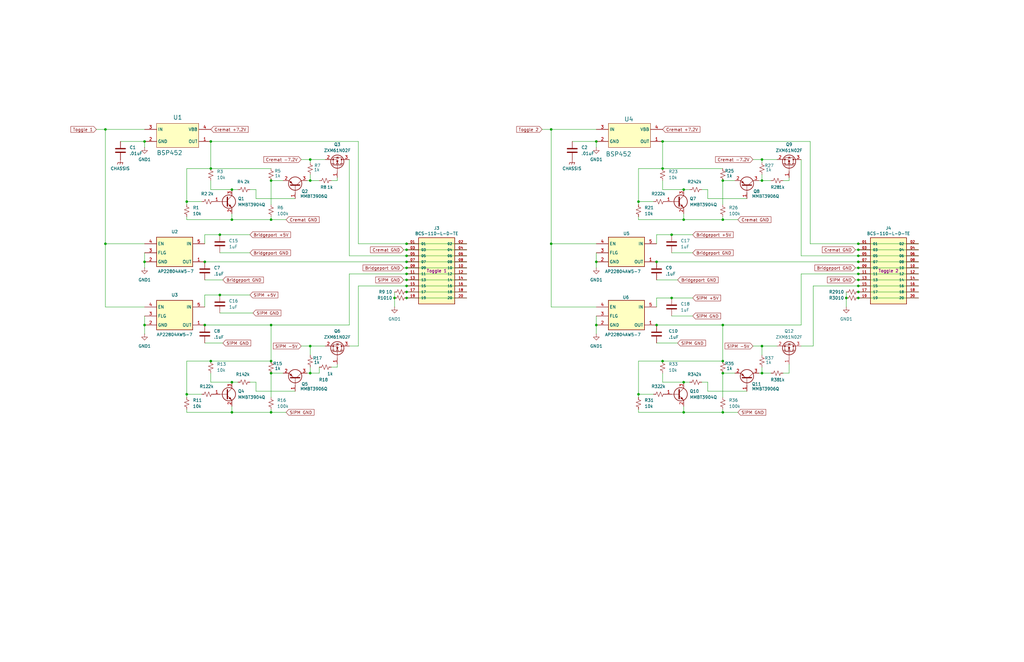
<source format=kicad_sch>
(kicad_sch (version 20250114) (generator "eeschema") (generator_version "9.0")
  (paper "B")
  (title_block (title "IMPISH POWER SUPPLY TOGGLES BOARD") (rev "-") (company "SOUTHWEST RESEARCH INSTITUTE"))
  (junction (at 171.45 118.11))
  (junction (at 321.31 146.05))
  (junction (at 232.41 54.61))
  (junction (at 279.4 59.69))
  (junction (at 321.31 67.31))
  (junction (at 361.95 110.49))
  (junction (at 44.45 54.61))
  (junction (at 288.29 173.99))
  (junction (at 171.45 105.41))
  (junction (at 276.86 137.16))
  (junction (at 171.45 113.03))
  (junction (at 269.24 166.37))
  (junction (at 304.8 157.48))
  (junction (at 361.95 125.73))
  (junction (at 130.81 67.31))
  (junction (at 171.45 125.73))
  (junction (at 114.3 92.71))
  (junction (at 251.46 110.49))
  (junction (at 86.36 110.49))
  (junction (at 97.79 161.29))
  (junction (at 130.81 76.2))
  (junction (at 361.95 115.57))
  (junction (at 279.4 71.12))
  (junction (at 304.8 137.16))
  (junction (at 130.81 157.48))
  (junction (at 92.71 124.46))
  (junction (at 78.74 166.37))
  (junction (at 321.31 76.2))
  (junction (at 60.96 59.69))
  (junction (at 60.96 137.16))
  (junction (at 130.81 146.05))
  (junction (at 60.96 110.49))
  (junction (at 279.4 152.4))
  (junction (at 97.79 173.99))
  (junction (at 78.74 85.09))
  (junction (at 171.45 110.49))
  (junction (at 288.29 92.71))
  (junction (at 361.95 113.03))
  (junction (at 171.45 102.87))
  (junction (at 114.3 137.16))
  (junction (at 361.95 102.87))
  (junction (at 361.95 120.65))
  (junction (at 304.8 173.99))
  (junction (at 88.9 71.12))
  (junction (at 166.37 125.73))
  (junction (at 97.79 92.71))
  (junction (at 171.45 123.19))
  (junction (at 276.86 110.49))
  (junction (at 114.3 76.2))
  (junction (at 97.79 80.01))
  (junction (at 288.29 161.29))
  (junction (at 171.45 107.95))
  (junction (at 114.3 157.48))
  (junction (at 251.46 137.16))
  (junction (at 304.8 152.4))
  (junction (at 304.8 92.71))
  (junction (at 44.45 102.87))
  (junction (at 269.24 85.09))
  (junction (at 361.95 123.19))
  (junction (at 171.45 115.57))
  (junction (at 288.29 80.01))
  (junction (at 321.31 157.48))
  (junction (at 283.21 125.73))
  (junction (at 361.95 118.11))
  (junction (at 304.8 76.2))
  (junction (at 114.3 152.4))
  (junction (at 356.87 125.73))
  (junction (at 86.36 137.16))
  (junction (at 88.9 59.69))
  (junction (at 92.71 99.06))
  (junction (at 361.95 107.95))
  (junction (at 361.95 105.41))
  (junction (at 114.3 173.99))
  (junction (at 251.46 59.69))
  (junction (at 283.21 99.06))
  (junction (at 171.45 120.65))
  (junction (at 232.41 102.87))
  (junction (at 88.9 152.4))
  (wire (pts (xy 361.95 120.65) (xy 387.35 120.65)))
  (wire (pts (xy 147.32 115.57) (xy 147.32 137.16)))
  (wire (pts (xy 86.36 137.16) (xy 114.3 137.16)))
  (wire (pts (xy 360.68 105.41) (xy 361.95 105.41)))
  (wire (pts (xy 86.36 124.46) (xy 92.71 124.46)))
  (wire (pts (xy 130.81 154.94) (xy 130.81 157.48)))
  (wire (pts (xy 298.45 80.01) (xy 298.45 83.82)))
  (wire (pts (xy 298.45 80.01) (xy 295.91 80.01)))
  (wire (pts (xy 288.29 161.29) (xy 290.83 161.29)))
  (wire (pts (xy 88.9 80.01) (xy 97.79 80.01)))
  (wire (pts (xy 232.41 102.87) (xy 251.46 102.87)))
  (wire (pts (xy 171.45 115.57) (xy 196.85 115.57)))
  (wire (pts (xy 283.21 133.35) (xy 292.1 133.35)))
  (wire (pts (xy 360.68 118.11) (xy 361.95 118.11)))
  (wire (pts (xy 283.21 125.73) (xy 276.86 125.73)))
  (wire (pts (xy 361.95 115.57) (xy 387.35 115.57)))
  (wire (pts (xy 86.36 124.46) (xy 86.36 129.54)))
  (wire (pts (xy 107.95 161.29) (xy 105.41 161.29)))
  (wire (pts (xy 269.24 71.12) (xy 279.4 71.12)))
  (wire (pts (xy 269.24 85.09) (xy 269.24 86.36)))
  (wire (pts (xy 361.95 123.19) (xy 387.35 123.19)))
  (wire (pts (xy 171.45 105.41) (xy 196.85 105.41)))
  (wire (pts (xy 361.95 113.03) (xy 387.35 113.03)))
  (wire (pts (xy 279.4 157.48) (xy 279.4 161.29)))
  (wire (pts (xy 342.9 120.65) (xy 342.9 146.05)))
  (wire (pts (xy 130.81 76.2) (xy 134.62 76.2)))
  (wire (pts (xy 360.68 113.03) (xy 361.95 113.03)))
  (wire (pts (xy 269.24 152.4) (xy 279.4 152.4)))
  (wire (pts (xy 114.3 157.48) (xy 119.38 157.48)))
  (wire (pts (xy 170.18 118.11) (xy 171.45 118.11)))
  (wire (pts (xy 151.13 59.69) (xy 151.13 102.87)))
  (wire (pts (xy 147.32 115.57) (xy 171.45 115.57)))
  (wire (pts (xy 341.63 59.69) (xy 341.63 102.87)))
  (wire (pts (xy 321.31 157.48) (xy 325.12 157.48)))
  (wire (pts (xy 151.13 146.05) (xy 151.13 120.65)))
  (wire (pts (xy 86.36 99.06) (xy 92.71 99.06)))
  (wire (pts (xy 288.29 90.17) (xy 288.29 92.71)))
  (wire (pts (xy 134.62 157.48) (xy 134.62 154.94)))
  (wire (pts (xy 78.74 166.37) (xy 78.74 167.64)))
  (wire (pts (xy 147.32 146.05) (xy 151.13 146.05)))
  (wire (pts (xy 332.74 153.67) (xy 332.74 157.48)))
  (wire (pts (xy 356.87 123.19) (xy 356.87 125.73)))
  (wire (pts (xy 276.86 110.49) (xy 361.95 110.49)))
  (wire (pts (xy 337.82 115.57) (xy 337.82 137.16)))
  (wire (pts (xy 276.86 137.16) (xy 304.8 137.16)))
  (wire (pts (xy 337.82 146.05) (xy 342.9 146.05)))
  (wire (pts (xy 298.45 161.29) (xy 298.45 165.1)))
  (wire (pts (xy 147.32 67.31) (xy 147.32 107.95)))
  (wire (pts (xy 60.96 129.54) (xy 44.45 129.54)))
  (wire (pts (xy 279.4 59.69) (xy 279.4 71.12)))
  (wire (pts (xy 86.36 144.78) (xy 93.98 144.78)))
  (wire (pts (xy 304.8 172.72) (xy 304.8 173.99)))
  (wire (pts (xy 288.29 171.45) (xy 288.29 173.99)))
  (wire (pts (xy 251.46 106.68) (xy 251.46 110.49)))
  (wire (pts (xy 78.74 91.44) (xy 78.74 92.71)))
  (wire (pts (xy 298.45 161.29) (xy 295.91 161.29)))
  (wire (pts (xy 321.31 73.66) (xy 321.31 76.2)))
  (wire (pts (xy 304.8 137.16) (xy 304.8 152.4)))
  (wire (pts (xy 276.86 144.78) (xy 285.75 144.78)))
  (wire (pts (xy 361.95 105.41) (xy 387.35 105.41)))
  (wire (pts (xy 60.96 140.97) (xy 60.96 137.16)))
  (wire (pts (xy 361.95 125.73) (xy 387.35 125.73)))
  (wire (pts (xy 88.9 161.29) (xy 97.79 161.29)))
  (wire (pts (xy 232.41 102.87) (xy 232.41 129.54)))
  (wire (pts (xy 279.4 152.4) (xy 304.8 152.4)))
  (wire (pts (xy 78.74 85.09) (xy 85.09 85.09)))
  (wire (pts (xy 251.46 140.97) (xy 251.46 137.16)))
  (wire (pts (xy 97.79 173.99) (xy 78.74 173.99)))
  (wire (pts (xy 288.29 173.99) (xy 269.24 173.99)))
  (wire (pts (xy 142.24 74.93) (xy 142.24 76.2)))
  (wire (pts (xy 171.45 118.11) (xy 196.85 118.11)))
  (wire (pts (xy 361.95 110.49) (xy 387.35 110.49)))
  (wire (pts (xy 107.95 80.01) (xy 107.95 83.82)))
  (wire (pts (xy 232.41 102.87) (xy 232.41 54.61)))
  (wire (pts (xy 269.24 71.12) (xy 269.24 85.09)))
  (wire (pts (xy 114.3 92.71) (xy 97.79 92.71)))
  (wire (pts (xy 130.81 67.31) (xy 137.16 67.31)))
  (wire (pts (xy 107.95 80.01) (xy 105.41 80.01)))
  (wire (pts (xy 170.18 105.41) (xy 171.45 105.41)))
  (wire (pts (xy 142.24 153.67) (xy 142.24 154.94)))
  (wire (pts (xy 321.31 68.58) (xy 321.31 67.31)))
  (wire (pts (xy 86.36 118.11) (xy 93.98 118.11)))
  (wire (pts (xy 304.8 76.2) (xy 309.88 76.2)))
  (wire (pts (xy 107.95 83.82) (xy 124.46 83.82)))
  (wire (pts (xy 298.45 165.1) (xy 314.96 165.1)))
  (wire (pts (xy 276.86 99.06) (xy 283.21 99.06)))
  (wire (pts (xy 332.74 74.93) (xy 332.74 76.2)))
  (wire (pts (xy 78.74 71.12) (xy 88.9 71.12)))
  (wire (pts (xy 292.1 125.73) (xy 283.21 125.73)))
  (wire (pts (xy 88.9 152.4) (xy 114.3 152.4)))
  (wire (pts (xy 304.8 157.48) (xy 309.88 157.48)))
  (wire (pts (xy 320.04 76.2) (xy 321.31 76.2)))
  (wire (pts (xy 288.29 92.71) (xy 269.24 92.71)))
  (wire (pts (xy 170.18 113.03) (xy 171.45 113.03)))
  (wire (pts (xy 44.45 102.87) (xy 60.96 102.87)))
  (wire (pts (xy 130.81 146.05) (xy 137.16 146.05)))
  (wire (pts (xy 78.74 71.12) (xy 78.74 85.09)))
  (wire (pts (xy 127 146.05) (xy 130.81 146.05)))
  (wire (pts (xy 251.46 62.23) (xy 251.46 59.69)))
  (wire (pts (xy 130.81 73.66) (xy 130.81 76.2)))
  (wire (pts (xy 269.24 166.37) (xy 269.24 167.64)))
  (wire (pts (xy 251.46 133.35) (xy 251.46 137.16)))
  (wire (pts (xy 151.13 120.65) (xy 171.45 120.65)))
  (wire (pts (xy 86.36 110.49) (xy 171.45 110.49)))
  (wire (pts (xy 337.82 67.31) (xy 337.82 107.95)))
  (wire (pts (xy 142.24 76.2) (xy 139.7 76.2)))
  (wire (pts (xy 304.8 157.48) (xy 304.8 167.64)))
  (wire (pts (xy 88.9 71.12) (xy 114.3 71.12)))
  (wire (pts (xy 166.37 123.19) (xy 166.37 125.73)))
  (wire (pts (xy 114.3 173.99) (xy 97.79 173.99)))
  (wire (pts (xy 166.37 125.73) (xy 166.37 129.54)))
  (wire (pts (xy 304.8 91.44) (xy 304.8 92.71)))
  (wire (pts (xy 251.46 113.03) (xy 251.46 110.49)))
  (wire (pts (xy 129.54 157.48) (xy 130.81 157.48)))
  (wire (pts (xy 279.4 80.01) (xy 288.29 80.01)))
  (wire (pts (xy 321.31 146.05) (xy 327.66 146.05)))
  (wire (pts (xy 88.9 157.48) (xy 88.9 161.29)))
  (wire (pts (xy 337.82 115.57) (xy 361.95 115.57)))
  (wire (pts (xy 151.13 102.87) (xy 171.45 102.87)))
  (wire (pts (xy 78.74 172.72) (xy 78.74 173.99)))
  (wire (pts (xy 342.9 120.65) (xy 361.95 120.65)))
  (wire (pts (xy 92.71 124.46) (xy 105.41 124.46)))
  (wire (pts (xy 88.9 59.69) (xy 88.9 71.12)))
  (wire (pts (xy 107.95 161.29) (xy 107.95 165.1)))
  (wire (pts (xy 130.81 146.05) (xy 130.81 149.86)))
  (wire (pts (xy 120.65 92.71) (xy 114.3 92.71)))
  (wire (pts (xy 332.74 76.2) (xy 330.2 76.2)))
  (wire (pts (xy 50.8 59.69) (xy 60.96 59.69)))
  (wire (pts (xy 311.15 173.99) (xy 304.8 173.99)))
  (wire (pts (xy 288.29 80.01) (xy 290.83 80.01)))
  (wire (pts (xy 304.8 92.71) (xy 288.29 92.71)))
  (wire (pts (xy 97.79 161.29) (xy 100.33 161.29)))
  (wire (pts (xy 361.95 102.87) (xy 387.35 102.87)))
  (wire (pts (xy 78.74 166.37) (xy 85.09 166.37)))
  (wire (pts (xy 129.54 76.2) (xy 130.81 76.2)))
  (wire (pts (xy 97.79 80.01) (xy 100.33 80.01)))
  (wire (pts (xy 320.04 157.48) (xy 321.31 157.48)))
  (wire (pts (xy 114.3 137.16) (xy 147.32 137.16)))
  (wire (pts (xy 283.21 99.06) (xy 292.1 99.06)))
  (wire (pts (xy 92.71 106.68) (xy 105.41 106.68)))
  (wire (pts (xy 321.31 76.2) (xy 325.12 76.2)))
  (wire (pts (xy 321.31 146.05) (xy 321.31 149.86)))
  (wire (pts (xy 130.81 68.58) (xy 130.81 67.31)))
  (wire (pts (xy 279.4 71.12) (xy 304.8 71.12)))
  (wire (pts (xy 40.64 54.61) (xy 44.45 54.61)))
  (wire (pts (xy 321.31 154.94) (xy 321.31 157.48)))
  (wire (pts (xy 361.95 107.95) (xy 387.35 107.95)))
  (wire (pts (xy 279.4 161.29) (xy 288.29 161.29)))
  (wire (pts (xy 317.5 67.31) (xy 321.31 67.31)))
  (wire (pts (xy 356.87 125.73) (xy 356.87 129.54)))
  (wire (pts (xy 92.71 99.06) (xy 105.41 99.06)))
  (wire (pts (xy 279.4 59.69) (xy 341.63 59.69)))
  (wire (pts (xy 44.45 54.61) (xy 44.45 102.87)))
  (wire (pts (xy 304.8 137.16) (xy 337.82 137.16)))
  (wire (pts (xy 171.45 110.49) (xy 196.85 110.49)))
  (wire (pts (xy 107.95 165.1) (xy 124.46 165.1)))
  (wire (pts (xy 142.24 154.94) (xy 139.7 154.94)))
  (wire (pts (xy 114.3 172.72) (xy 114.3 173.99)))
  (wire (pts (xy 114.3 76.2) (xy 114.3 86.36)))
  (wire (pts (xy 311.15 92.71) (xy 304.8 92.71)))
  (wire (pts (xy 88.9 76.2) (xy 88.9 80.01)))
  (wire (pts (xy 269.24 91.44) (xy 269.24 92.71)))
  (wire (pts (xy 269.24 85.09) (xy 275.59 85.09)))
  (wire (pts (xy 60.96 62.23) (xy 60.96 59.69)))
  (wire (pts (xy 241.3 59.69) (xy 251.46 59.69)))
  (wire (pts (xy 304.8 173.99) (xy 288.29 173.99)))
  (wire (pts (xy 232.41 54.61) (xy 251.46 54.61)))
  (wire (pts (xy 332.74 157.48) (xy 330.2 157.48)))
  (wire (pts (xy 279.4 76.2) (xy 279.4 80.01)))
  (wire (pts (xy 60.96 106.68) (xy 60.96 110.49)))
  (wire (pts (xy 78.74 85.09) (xy 78.74 86.36)))
  (wire (pts (xy 86.36 99.06) (xy 86.36 102.87)))
  (wire (pts (xy 120.65 173.99) (xy 114.3 173.99)))
  (wire (pts (xy 97.79 90.17) (xy 97.79 92.71)))
  (wire (pts (xy 251.46 129.54) (xy 232.41 129.54)))
  (wire (pts (xy 171.45 120.65) (xy 196.85 120.65)))
  (wire (pts (xy 171.45 125.73) (xy 196.85 125.73)))
  (wire (pts (xy 228.6 54.61) (xy 232.41 54.61)))
  (wire (pts (xy 171.45 107.95) (xy 196.85 107.95)))
  (wire (pts (xy 337.82 107.95) (xy 361.95 107.95)))
  (wire (pts (xy 114.3 137.16) (xy 114.3 152.4)))
  (wire (pts (xy 60.96 133.35) (xy 60.96 137.16)))
  (wire (pts (xy 321.31 67.31) (xy 327.66 67.31)))
  (wire (pts (xy 298.45 83.82) (xy 314.96 83.82)))
  (wire (pts (xy 97.79 171.45) (xy 97.79 173.99)))
  (wire (pts (xy 269.24 166.37) (xy 275.59 166.37)))
  (wire (pts (xy 361.95 118.11) (xy 387.35 118.11)))
  (wire (pts (xy 114.3 76.2) (xy 119.38 76.2)))
  (wire (pts (xy 147.32 107.95) (xy 171.45 107.95)))
  (wire (pts (xy 88.9 59.69) (xy 151.13 59.69)))
  (wire (pts (xy 276.86 125.73) (xy 276.86 129.54)))
  (wire (pts (xy 60.96 113.03) (xy 60.96 110.49)))
  (wire (pts (xy 276.86 118.11) (xy 285.75 118.11)))
  (wire (pts (xy 44.45 54.61) (xy 60.96 54.61)))
  (wire (pts (xy 127 67.31) (xy 130.81 67.31)))
  (wire (pts (xy 114.3 91.44) (xy 114.3 92.71)))
  (wire (pts (xy 317.5 146.05) (xy 321.31 146.05)))
  (wire (pts (xy 341.63 102.87) (xy 361.95 102.87)))
  (wire (pts (xy 130.81 157.48) (xy 134.62 157.48)))
  (wire (pts (xy 78.74 152.4) (xy 88.9 152.4)))
  (wire (pts (xy 276.86 99.06) (xy 276.86 102.87)))
  (wire (pts (xy 44.45 102.87) (xy 44.45 129.54)))
  (wire (pts (xy 269.24 172.72) (xy 269.24 173.99)))
  (wire (pts (xy 171.45 113.03) (xy 196.85 113.03)))
  (wire (pts (xy 78.74 152.4) (xy 78.74 166.37)))
  (wire (pts (xy 92.71 132.08) (xy 106.68 132.08)))
  (wire (pts (xy 171.45 123.19) (xy 196.85 123.19)))
  (wire (pts (xy 114.3 157.48) (xy 114.3 167.64)))
  (wire (pts (xy 97.79 92.71) (xy 78.74 92.71)))
  (wire (pts (xy 171.45 102.87) (xy 196.85 102.87)))
  (wire (pts (xy 304.8 76.2) (xy 304.8 86.36)))
  (wire (pts (xy 283.21 106.68) (xy 292.1 106.68)))
  (wire (pts (xy 269.24 152.4) (xy 269.24 166.37)))
  (global_label "SiPM GND" (shape input) (at 311.15 173.99 0) (property "Intersheetrefs" "${INTERSHEET_REFS}" (effects (hide yes))))
  (global_label "SiPM GND" (shape input) (at 285.75 144.78 0) (property "Intersheetrefs" "${INTERSHEET_REFS}" (effects (hide yes))))
  (global_label "Toggle 1" (shape input) (at 40.64 54.61 180) (property "Intersheetrefs" "${INTERSHEET_REFS}" (effects (hide yes))))
  (global_label "SiPM GND" (shape input) (at 292.1 133.35 0) (property "Intersheetrefs" "${INTERSHEET_REFS}" (effects (hide yes))))
  (global_label "SiPM -5V" (shape input) (at 127 146.05 180) (property "Intersheetrefs" "${INTERSHEET_REFS}" (effects (hide yes))))
  (global_label "SiPM GND" (shape input) (at 360.68 118.11 180) (property "Intersheetrefs" "${INTERSHEET_REFS}" (effects (hide yes))))
  (global_label "Bridgeport +5V" (shape input) (at 105.41 99.06 0) (property "Intersheetrefs" "${INTERSHEET_REFS}" (effects (hide yes))))
  (global_label "SiPM GND" (shape input) (at 106.68 132.08 0) (property "Intersheetrefs" "${INTERSHEET_REFS}" (effects (hide yes))))
  (global_label "Cremat GND" (shape input) (at 311.15 92.71 0) (property "Intersheetrefs" "${INTERSHEET_REFS}" (effects (hide yes))))
  (global_label "SiPM GND" (shape input) (at 120.65 173.99 0) (property "Intersheetrefs" "${INTERSHEET_REFS}" (effects (hide yes))))
  (global_label "SiPM GND" (shape input) (at 170.18 118.11 180) (property "Intersheetrefs" "${INTERSHEET_REFS}" (effects (hide yes))))
  (global_label "Cremat +7.2V" (shape input) (at 88.9 54.61 0) (property "Intersheetrefs" "${INTERSHEET_REFS}" (effects (hide yes))))
  (global_label "Cremat GND" (shape input) (at 120.65 92.71 0) (property "Intersheetrefs" "${INTERSHEET_REFS}" (effects (hide yes))))
  (global_label "Bridgeport GND" (shape input) (at 285.75 118.11 0) (property "Intersheetrefs" "${INTERSHEET_REFS}" (effects (hide yes))))
  (global_label "Cremat GND" (shape input) (at 170.18 105.41 180) (property "Intersheetrefs" "${INTERSHEET_REFS}" (effects (hide yes))))
  (global_label "SiPM GND" (shape input) (at 93.98 144.78 0) (property "Intersheetrefs" "${INTERSHEET_REFS}" (effects (hide yes))))
  (global_label "Bridgeport GND" (shape input) (at 93.98 118.11 0) (property "Intersheetrefs" "${INTERSHEET_REFS}" (effects (hide yes))))
  (global_label "Cremat -7.2V" (shape input) (at 127 67.31 180) (property "Intersheetrefs" "${INTERSHEET_REFS}" (effects (hide yes))))
  (global_label "SiPM +5V" (shape input) (at 292.1 125.73 0) (property "Intersheetrefs" "SiPM +5V" (effects (hide yes))))
  (global_label "SiPM -5V" (shape input) (at 317.5 146.05 180) (property "Intersheetrefs" "${INTERSHEET_REFS}" (effects (hide yes))))
  (global_label "Bridgeport GND" (shape input) (at 360.68 113.03 180) (property "Intersheetrefs" "${INTERSHEET_REFS}" (effects (hide yes))))
  (global_label "Cremat -7.2V" (shape input) (at 317.5 67.31 180) (property "Intersheetrefs" "${INTERSHEET_REFS}" (effects (hide yes))))
  (global_label "Cremat GND" (shape input) (at 360.68 105.41 180) (property "Intersheetrefs" "${INTERSHEET_REFS}" (effects (hide yes))))
  (global_label "Bridgeport GND" (shape input) (at 105.41 106.68 0) (property "Intersheetrefs" "${INTERSHEET_REFS}" (effects (hide yes))))
  (global_label "Bridgeport GND" (shape input) (at 292.1 106.68 0) (property "Intersheetrefs" "${INTERSHEET_REFS}" (effects (hide yes))))
  (global_label "SiPM +5V" (shape input) (at 105.41 124.46 0) (property "Intersheetrefs" "SiPM +5V" (effects (hide yes))))
  (global_label "Bridgeport +5V" (shape input) (at 292.1 99.06 0) (property "Intersheetrefs" "${INTERSHEET_REFS}" (effects (hide yes))))
  (global_label "Toggle 2" (shape input) (at 228.6 54.61 180) (property "Intersheetrefs" "${INTERSHEET_REFS}" (effects (hide yes))))
  (global_label "Cremat +7.2V" (shape input) (at 279.4 54.61 0) (property "Intersheetrefs" "${INTERSHEET_REFS}" (effects (hide yes))))
  (global_label "Bridgeport GND" (shape input) (at 170.18 113.03 180) (property "Intersheetrefs" "${INTERSHEET_REFS}" (effects (hide yes))))
  (symbol (lib_id "Transistor_BJT:MMBT3906") (at 314.96 160.02 270) (mirror x) (unit 1)
    (property "Reference" "Q11" (at 319.024 162.052 90))
    (property "Value" "MMBT3906Q" (at 322.834 164.084 90))
    (property "Footprint" "Package_TO_SOT_SMD:SOT-23" (effects (hide yes)))
    (property "Datasheet" "https://www.onsemi.com/pdf/datasheet/pzt3906-d.pdf" (effects (hide yes)))
    (property "Description" "-0.2A Ic, -40V Vce, Small Signal PNP Transistor, SOT-23" (effects (hide yes)))
    (property "PN" "MMBT3906Q-7-F" (effects (hide yes)))
  )
  (symbol (lib_id "Device:R_Small_US") (at 114.3 73.66 180) (unit 1)
    (property "Reference" "R5" (at 117.094 72.136 0))
    (property "Value" "1k" (at 117.094 74.168 0))
    (property "Footprint" "Resistor_SMD:R_0805_2012Metric_Pad1.20x1.40mm_HandSolder" (effects (hide yes)))
    (property "Description" "RES SMD 1K OHM 0.1% 1/5W 0805" (effects (hide yes)))
    (property "PN" "PAT0805E1001BST1" (effects (hide yes)))
  )
  (symbol (lib_id "Device:R_Small_US") (at 130.81 152.4 180) (unit 1)
    (property "Reference" "R17" (at 133.858 151.13 0))
    (property "Value" "1k" (at 133.604 152.908 0))
    (property "Footprint" "Resistor_SMD:R_0805_2012Metric_Pad1.20x1.40mm_HandSolder" (effects (hide yes)))
    (property "Description" "RES SMD 1K OHM 0.1% 1/5W 0805" (effects (hide yes)))
    (property "PN" "PAT0805E1001BST1" (effects (hide yes)))
  )
  (symbol (lib_id "Transistor_BJT:MMBT3906") (at 124.46 160.02 270) (mirror x) (unit 1)
    (property "Reference" "Q5" (at 128.524 162.052 90))
    (property "Value" "MMBT3906Q" (at 132.334 164.084 90))
    (property "Footprint" "Package_TO_SOT_SMD:SOT-23" (effects (hide yes)))
    (property "Datasheet" "https://www.onsemi.com/pdf/datasheet/pzt3906-d.pdf" (effects (hide yes)))
    (property "Description" "-0.2A Ic, -40V Vce, Small Signal PNP Transistor, SOT-23" (effects (hide yes)))
    (property "PN" "MMBT3906Q-7-F" (effects (hide yes)))
  )
  (symbol (lib_id "Device:R_Small_US") (at 130.81 71.12 180) (unit 1)
    (property "Reference" "R7" (at 133.858 69.85 0))
    (property "Value" "1k" (at 133.604 71.628 0))
    (property "Footprint" "Resistor_SMD:R_0805_2012Metric_Pad1.20x1.40mm_HandSolder" (effects (hide yes)))
    (property "Description" "RES SMD 1K OHM 0.1% 1/5W 0805" (effects (hide yes)))
    (property "PN" "PAT0805E1001BST1" (effects (hide yes)))
  )
  (symbol (lib_id "Device:R_Small_US") (at 304.8 73.66 180) (unit 1)
    (property "Reference" "R25" (at 307.594 72.136 0))
    (property "Value" "1k" (at 307.594 74.168 0))
    (property "Footprint" "Resistor_SMD:R_0805_2012Metric_Pad1.20x1.40mm_HandSolder" (effects (hide yes)))
    (property "Description" "RES SMD 1K OHM 0.1% 1/5W 0805" (effects (hide yes)))
    (property "PN" "PAT0805E1001BST1" (effects (hide yes)))
  )
  (symbol (lib_name "AP22804AW5-7_1") (lib_id "IMPISH Toggles Library:AP22804AW5-7") (at 251.46 102.87 0) (unit 1)
    (property "Reference" "U5" (at 264.16 98.552 0))
    (property "Value" "AP22804AW5-7" (at 262.636 114.554 0))
    (property "Footprint" "IMPISH Toggles Library:SOT95P285X140-5N" (effects (hide yes)))
    (property "Datasheet" "https://componentsearchengine.com/Datasheets/2/AP22804AW5-7.pdf" (effects (hide yes)))
    (property "Description" "Power Switch ICs - Power Distribution Load Switch" (effects (hide yes)))
    (property "Height" "1.4" (effects (hide yes)))
    (property "Mouser Part Number" "621-AP22804AW5-7" (effects (hide yes)))
    (property "Mouser Price/Stock" "https://www.mouser.co.uk/ProductDetail/Diodes-Incorporated/AP22804AW5-7?qs=lqAf%2FiVYw9hgcUuNhFapmA%3D%3D" (effects (hide yes)))
    (property "Manufacturer_Name" "Diodes Incorporated" (effects (hide yes)))
    (property "Manufacturer_Part_Number" "AP22804AW5-7" (effects (hide yes)))
  )
  (symbol (lib_id "power:GND1") (at 356.87 129.54 0) (unit 1)
    (property "Reference" "#PWR050" (effects (hide yes)))
    (property "Value" "GND1" (at 356.87 134.62 0))
    (property "Description" "Power symbol creates a global label with name \"GND1\" , ground" (effects (hide yes)))
  )
  (symbol (lib_id "IMPISH Toggles Library:1uF") (at 283.21 129.54 0) (unit 1)
    (property "Reference" "C18" (at 287.02 128.27 0) (effects (justify left)))
    (property "Value" "1uF" (at 287.02 130.81 0) (effects (justify left)))
    (property "Footprint" "Capacitor_SMD:C_0805_2012Metric_Pad1.18x1.45mm_HandSolder" (effects (hide yes)))
    (property "Description" "1uF ±10% 25V Ceramic Capacitor X7R 0805 (2012 Metric)" (effects (hide yes)))
    (property "PN" "C0805C103K2RECAUTO" (effects (hide yes)))
    (property "Part Number" "C0805C105K3RACTU" (effects (hide yes)))
  )
  (symbol (lib_id "Transistor_BJT:MMBT3904") (at 285.75 85.09 0) (unit 1)
    (property "Reference" "Q7" (at 290.83 83.82 0) (effects (justify left)))
    (property "Value" "MMBT3904Q" (at 290.83 86.36 0) (effects (justify left)))
    (property "Footprint" "Package_TO_SOT_SMD:SOT-23" (effects (hide yes)))
    (property "Datasheet" "https://www.onsemi.com/pdf/datasheet/pzt3904-d.pdf" (effects (hide yes)))
    (property "Description" "0.2A Ic, 40V Vce, Small Signal NPN Transistor, SOT-23" (effects (hide yes)))
    (property "PN" "MMBT3904Q-7-F" (effects (hide yes)))
  )
  (symbol (lib_id "IMPISH Toggles Library:ZXM61N02F") (at 142.24 69.85 270) (mirror x) (unit 1)
    (property "Reference" "Q3" (at 142.24 60.96 90))
    (property "Value" "ZXM61N02F" (at 142.24 63.5 90))
    (property "Footprint" "Package_TO_SOT_SMD:SOT-23" (effects (hide yes)))
    (property "Datasheet" "http://www.diodes.com/assets/Datasheets/ZXM61N02F.pdf" (effects (hide yes)))
    (property "Description" "1.7A Id, 20V Vds, N-Channel MOSFET, SOT-23" (effects (hide yes)))
    (property "PN" "ZXM61N02FTA" (effects (hide yes)))
  )
  (symbol (lib_id "IMPISH Toggles Library:.1uF") (at 86.36 140.97 0) (unit 1)
    (property "Reference" "C8" (at 90.17 139.7 0) (effects (justify left)))
    (property "Value" ".1uF" (at 90.17 142.24 0) (effects (justify left)))
    (property "Footprint" "Capacitor_SMD:C_0805_2012Metric_Pad1.18x1.45mm_HandSolder" (effects (hide yes)))
    (property "Description" ".1uF ±10% 50V Ceramic Capacitor X7R 0805 (2012 Metric)" (effects (hide yes)))
    (property "PN" "C0805C103K2RECAUTO" (effects (hide yes)))
    (property "Part Number" "C0805C104K5RACTU" (effects (hide yes)))
  )
  (symbol (lib_id "IMPISH Toggles Library:AP22804AW5-7") (at 60.96 129.54 0) (unit 1)
    (property "Reference" "U3" (at 73.66 124.46 0))
    (property "Value" "AP22804AW5-7" (at 66.04 140.462 0) (effects (justify left top)))
    (property "Footprint" "IMPISH Toggles Library:SOT95P285X140-5N" (effects (hide yes)))
    (property "Datasheet" "https://componentsearchengine.com/Datasheets/2/AP22804AW5-7.pdf" (effects (hide yes)))
    (property "Description" "Power Switch ICs - Power Distribution Load Switch" (effects (hide yes)))
    (property "Height" "1.4" (effects (hide yes)))
    (property "Mouser Part Number" "621-AP22804AW5-7" (effects (hide yes)))
    (property "Mouser Price/Stock" "https://www.mouser.co.uk/ProductDetail/Diodes-Incorporated/AP22804AW5-7?qs=lqAf%2FiVYw9hgcUuNhFapmA%3D%3D" (effects (hide yes)))
    (property "Manufacturer_Name" "Diodes Incorporated" (effects (hide yes)))
    (property "Manufacturer_Part_Number" "AP22804AW5-7" (effects (hide yes)))
  )
  (symbol (lib_name "AP22804AW5-7_3") (lib_id "IMPISH Toggles Library:AP22804AW5-7") (at 60.96 102.87 0) (unit 1)
    (property "Reference" "U2" (at 73.66 97.79 0))
    (property "Value" "AP22804AW5-7" (at 66.548 113.792 0) (effects (justify left top)))
    (property "Footprint" "IMPISH Toggles Library:SOT95P285X140-5N" (effects (hide yes)))
    (property "Datasheet" "https://componentsearchengine.com/Datasheets/2/AP22804AW5-7.pdf" (effects (hide yes)))
    (property "Description" "Power Switch ICs - Power Distribution Load Switch" (effects (hide yes)))
    (property "Height" "1.4" (effects (hide yes)))
    (property "Mouser Part Number" "621-AP22804AW5-7" (effects (hide yes)))
    (property "Mouser Price/Stock" "https://www.mouser.co.uk/ProductDetail/Diodes-Incorporated/AP22804AW5-7?qs=lqAf%2FiVYw9hgcUuNhFapmA%3D%3D" (effects (hide yes)))
    (property "Manufacturer_Name" "Diodes Incorporated" (effects (hide yes)))
    (property "Manufacturer_Part_Number" "AP22804AW5-7" (effects (hide yes)))
  )
  (symbol (lib_id "IMPISH Toggles Library:.1uF") (at 276.86 140.97 0) (unit 1)
    (property "Reference" "C10" (at 281.94 139.7 0) (effects (justify left)))
    (property "Value" ".1uF" (at 281.94 142.24 0) (effects (justify left)))
    (property "Footprint" "Capacitor_SMD:C_0805_2012Metric_Pad1.18x1.45mm_HandSolder" (effects (hide yes)))
    (property "Description" ".1uF ±10% 50V Ceramic Capacitor X7R 0805 (2012 Metric)" (effects (hide yes)))
    (property "PN" "C0805C103K2RECAUTO" (effects (hide yes)))
    (property "Part Number" "C0805C104K5RACTU" (effects (hide yes)))
  )
  (symbol (lib_id "Device:R_Small_US") (at 269.24 88.9 0) (unit 1)
    (property "Reference" "R21" (at 271.78 87.63 0) (effects (justify left)))
    (property "Value" "10k" (at 271.78 90.17 0) (effects (justify left)))
    (property "Footprint" "Resistor_SMD:R_0805_2012Metric_Pad1.20x1.40mm_HandSolder" (effects (hide yes)))
    (property "Description" "RES SMD 10K OHM 0.1% 1/5W 0805" (effects (hide yes)))
    (property "PN" "PAT0805E1002BST1" (effects (hide yes)))
  )
  (symbol (lib_id "IMPISH Toggles Library:.1uF") (at 276.86 114.3 0) (unit 1)
    (property "Reference" "C9" (at 280.67 113.03 0) (effects (justify left)))
    (property "Value" ".1uF" (at 280.67 115.57 0) (effects (justify left)))
    (property "Footprint" "Capacitor_SMD:C_0805_2012Metric_Pad1.18x1.45mm_HandSolder" (effects (hide yes)))
    (property "Description" ".1uF ±10% 50V Ceramic Capacitor X7R 0805 (2012 Metric)" (effects (hide yes)))
    (property "PN" "C0805C103K2RECAUTO" (effects (hide yes)))
    (property "Part Number" "C0805C104K5RACTU" (effects (hide yes)))
  )
  (symbol (lib_id "Device:R_Small_US") (at 137.16 154.94 90) (unit 1)
    (property "Reference" "R18" (at 136.398 160.274 90))
    (property "Value" "1k" (at 139.192 157.734 90))
    (property "Footprint" "Resistor_SMD:R_0805_2012Metric_Pad1.20x1.40mm_HandSolder" (effects (hide yes)))
    (property "Description" "RES SMD 1K OHM 0.1% 1/5W 0805" (effects (hide yes)))
    (property "PN" "PAT0805E1001BST1" (effects (hide yes)))
  )
  (symbol (lib_id "Device:R_Small_US") (at 293.37 80.01 270) (unit 1)
    (property "Reference" "R24" (at 291.846 76.708 90))
    (property "Value" "2k" (at 294.64 76.708 90))
    (property "Footprint" "Resistor_SMD:R_0805_2012Metric_Pad1.20x1.40mm_HandSolder" (effects (hide yes)))
    (property "Description" "RES SMD 2K OHM 0.1% 1/5W 0805" (effects (hide yes)))
    (property "PN" "PAT0805E2001BST1" (effects (hide yes)))
  )
  (symbol (lib_id "Device:R_Small_US") (at 114.3 154.94 180) (unit 1)
    (property "Reference" "R15" (at 117.094 153.416 0))
    (property "Value" "1k" (at 117.094 155.448 0))
    (property "Footprint" "Resistor_SMD:R_0805_2012Metric_Pad1.20x1.40mm_HandSolder" (effects (hide yes)))
    (property "Description" "RES SMD 1K OHM 0.1% 1/5W 0805" (effects (hide yes)))
    (property "PN" "PAT0805E1001BST1" (effects (hide yes)))
  )
  (symbol (lib_id "Device:R_Small_US") (at 304.8 170.18 0) (unit 1)
    (property "Reference" "R36" (at 307.34 168.91 0) (effects (justify left)))
    (property "Value" "100k" (at 307.34 171.45 0) (effects (justify left)))
    (property "Footprint" "Resistor_SMD:R_0805_2012Metric_Pad1.20x1.40mm_HandSolder" (effects (hide yes)))
    (property "Description" "RES SMD 100K OHM 0.1% 1/5W 0805" (effects (hide yes)))
    (property "PN" "PAT0805E1003BST1" (effects (hide yes)))
  )
  (symbol (lib_id "Device:R_Small_US") (at 327.66 76.2 90) (unit 1)
    (property "Reference" "R28" (at 326.898 78.994 90))
    (property "Value" "1k" (at 329.692 78.994 90))
    (property "Footprint" "Resistor_SMD:R_0805_2012Metric_Pad1.20x1.40mm_HandSolder" (effects (hide yes)))
    (property "Description" "RES SMD 1K OHM 0.1% 1/5W 0805" (effects (hide yes)))
    (property "PN" "PAT0805E1001BST1" (effects (hide yes)))
  )
  (symbol (lib_id "Device:R_Small_US") (at 78.74 88.9 0) (unit 1)
    (property "Reference" "R1" (at 81.28 87.63 0) (effects (justify left)))
    (property "Value" "10k" (at 81.28 90.17 0) (effects (justify left)))
    (property "Footprint" "Resistor_SMD:R_0805_2012Metric_Pad1.20x1.40mm_HandSolder" (effects (hide yes)))
    (property "Description" "RES SMD 10K OHM 0.1% 1/5W 0805" (effects (hide yes)))
    (property "PN" "PAT0805E1002BST1" (effects (hide yes)))
  )
  (symbol (lib_id "power:GND1") (at 166.37 129.54 0) (unit 1)
    (property "Reference" "#PWR046" (effects (hide yes)))
    (property "Value" "GND1" (at 166.37 134.62 0))
    (property "Description" "Power symbol creates a global label with name \"GND1\" , ground" (effects (hide yes)))
  )
  (symbol (lib_id "Device:R_Small_US") (at 87.63 85.09 270) (unit 1)
    (property "Reference" "R2" (at 86.106 81.788 90))
    (property "Value" "2k" (at 88.9 81.788 90))
    (property "Footprint" "Resistor_SMD:R_0805_2012Metric_Pad1.20x1.40mm_HandSolder" (effects (hide yes)))
    (property "Description" "RES SMD 2K OHM 0.1% 1/5W 0805" (effects (hide yes)))
    (property "PN" "PAT0805E2001BST1" (effects (hide yes)))
  )
  (symbol (lib_id "power:GND1") (at 251.46 62.23 0) (unit 1)
    (property "Reference" "#PWR047" (effects (hide yes)))
    (property "Value" "GND1" (at 251.46 67.31 0))
    (property "Description" "Power symbol creates a global label with name \"GND1\" , ground" (effects (hide yes)))
  )
  (symbol (lib_id "IMPISH Toggles Library:.01uF") (at 50.8 63.5 0) (unit 1)
    (property "Reference" "C1" (at 54.61 62.23 0) (effects (justify left)))
    (property "Value" ".01uF" (at 54.61 64.77 0) (effects (justify left)))
    (property "Footprint" "Capacitor_SMD:C_0805_2012Metric_Pad1.18x1.45mm_HandSolder" (effects (hide yes)))
    (property "Description" "10000 pF ±10% 200V Ceramic Capacitor X7R 0805 (2012 Metric)" (effects (hide yes)))
    (property "PN" "C0805C103K2RECAUTO" (effects (hide yes)))
  )
  (symbol (lib_id "IMPISH Toggles Library:CHASSIS") (at 50.8 67.31 0) (unit 1)
    (property "Reference" "#PWR052" (effects (hide yes)))
    (property "Value" "CHASSIS" (at 50.673 71.12 0))
    (property "Description" "Power symbol creates a global label with name \"GND_Chassis\" , global ground" (effects (hide yes)))
  )
  (symbol (lib_id "power:GND1") (at 60.96 113.03 0) (unit 1)
    (property "Reference" "#PWR044" (effects (hide yes)))
    (property "Value" "GND1" (at 60.96 118.11 0))
    (property "Description" "Power symbol creates a global label with name \"GND1\" , ground" (effects (hide yes)))
  )
  (symbol (lib_id "Transistor_BJT:MMBT3906") (at 314.96 78.74 270) (mirror x) (unit 1)
    (property "Reference" "Q8" (at 319.024 80.772 90))
    (property "Value" "MMBT3906Q" (at 322.834 82.804 90))
    (property "Footprint" "Package_TO_SOT_SMD:SOT-23" (effects (hide yes)))
    (property "Datasheet" "https://www.onsemi.com/pdf/datasheet/pzt3906-d.pdf" (effects (hide yes)))
    (property "Description" "-0.2A Ic, -40V Vce, Small Signal PNP Transistor, SOT-23" (effects (hide yes)))
    (property "PN" "MMBT3906Q-7-F" (effects (hide yes)))
  )
  (symbol (lib_id "IMPISH Toggles Library:1uF") (at 92.71 102.87 0) (unit 1)
    (property "Reference" "C15" (at 96.52 101.6 0) (effects (justify left)))
    (property "Value" "1uF" (at 96.52 104.14 0) (effects (justify left)))
    (property "Footprint" "Capacitor_SMD:C_0805_2012Metric_Pad1.18x1.45mm_HandSolder" (effects (hide yes)))
    (property "Description" "1uF ±10% 25V Ceramic Capacitor X7R 0805 (2012 Metric)" (effects (hide yes)))
    (property "PN" "C0805C103K2RECAUTO" (effects (hide yes)))
    (property "Part Number" "C0805C105K3RACTU" (effects (hide yes)))
  )
  (symbol (lib_id "Device:R_Small_US") (at 269.24 170.18 0) (unit 1)
    (property "Reference" "R31" (at 271.78 168.91 0) (effects (justify left)))
    (property "Value" "10k" (at 271.78 171.45 0) (effects (justify left)))
    (property "Footprint" "Resistor_SMD:R_0805_2012Metric_Pad1.20x1.40mm_HandSolder" (effects (hide yes)))
    (property "Description" "RES SMD 10K OHM 0.1% 1/5W 0805" (effects (hide yes)))
    (property "PN" "PAT0805E1002BST1" (effects (hide yes)))
  )
  (symbol (lib_id "Transistor_BJT:MMBT3906") (at 124.46 78.74 270) (mirror x) (unit 1)
    (property "Reference" "Q2" (at 128.524 80.772 90))
    (property "Value" "MMBT3906Q" (at 132.334 82.804 90))
    (property "Footprint" "Package_TO_SOT_SMD:SOT-23" (effects (hide yes)))
    (property "Datasheet" "https://www.onsemi.com/pdf/datasheet/pzt3906-d.pdf" (effects (hide yes)))
    (property "Description" "-0.2A Ic, -40V Vce, Small Signal PNP Transistor, SOT-23" (effects (hide yes)))
    (property "PN" "MMBT3906Q-7-F" (effects (hide yes)))
  )
  (symbol (lib_id "IMPISH Toggles Library:ZXM61N02F") (at 332.74 148.59 270) (mirror x) (unit 1)
    (property "Reference" "Q12" (at 332.74 139.7 90))
    (property "Value" "ZXM61N02F" (at 332.74 142.24 90))
    (property "Footprint" "Package_TO_SOT_SMD:SOT-23" (effects (hide yes)))
    (property "Datasheet" "http://www.diodes.com/assets/Datasheets/ZXM61N02F.pdf" (effects (hide yes)))
    (property "Description" "1.7A Id, 20V Vds, N-Channel MOSFET, SOT-23" (effects (hide yes)))
    (property "PN" "ZXM61N02FTA" (effects (hide yes)))
  )
  (symbol (lib_id "IMPISH Toggles Library:BCS-110-L-D-TE") (at 374.65 115.57 0) (unit 1)
    (property "Reference" "J4" (at 374.65 96.266 0))
    (property "Value" "BCS-110-L-D-TE" (at 374.65 98.552 0))
    (property "Footprint" "IMPISH Toggles Library:SAMTEC_BCS-110-L-D-TE" (effects (hide yes)))
    (property "Description" "CONN RCPT 20POS 0.1 GOLD PCB" (effects (hide yes)))
    (property "PARTREV" "R" (effects (hide yes)))
    (property "MANUFACTURER" "Samtec" (effects (hide yes)))
    (property "STANDARD" "Manufacturer Recommendations" (effects (hide yes)))
    (property "PN" "BCS-110-L-D-TE" (effects (hide yes)))
    (property "Function" "Toggle 2" (at 374.65 114.3 0))
  )
  (symbol (lib_id "Device:R_Small_US") (at 321.31 152.4 180) (unit 1)
    (property "Reference" "R37" (at 324.358 151.13 0))
    (property "Value" "1k" (at 324.104 152.908 0))
    (property "Footprint" "Resistor_SMD:R_0805_2012Metric_Pad1.20x1.40mm_HandSolder" (effects (hide yes)))
    (property "Description" "RES SMD 1K OHM 0.1% 1/5W 0805" (effects (hide yes)))
    (property "PN" "PAT0805E1001BST1" (effects (hide yes)))
  )
  (symbol (lib_id "IMPISH Toggles Library:BCS-110-L-D-TE") (at 184.15 115.57 0) (unit 1)
    (property "Reference" "J3" (at 184.15 96.266 0))
    (property "Value" "BCS-110-L-D-TE" (at 184.15 98.552 0))
    (property "Footprint" "IMPISH Toggles Library:SAMTEC_BCS-110-L-D-TE" (effects (hide yes)))
    (property "Description" "CONN RCPT 20POS 0.1 GOLD PCB" (effects (hide yes)))
    (property "PARTREV" "R" (effects (hide yes)))
    (property "MANUFACTURER" "Samtec" (effects (hide yes)))
    (property "STANDARD" "Manufacturer Recommendations" (effects (hide yes)))
    (property "PN" "BCS-110-L-D-TE" (effects (hide yes)))
    (property "Function" "Toggle 1" (at 184.15 114.3 0))
  )
  (symbol (lib_id "IMPISH Toggles Library:BSP452") (at 256.54 52.07 0) (unit 1)
    (property "Reference" "U4" (at 265.176 50.292 0) (effects (font (size 1.8288 1.8288))))
    (property "Value" "BSP452" (at 260.858 65.024 0) (effects (font (size 1.8288 1.8288))))
    (property "Footprint" "IMPISH Toggles Library:SOT230P700X180-4N-3-V" (effects (hide yes)))
    (property "Description" "Smart High-Side Power Switch, VBB 40V" (effects (hide yes)))
    (property "ManufacturerPartNumber" "BSP452" (effects (hide yes)))
    (property "PackageReference" "PG-SOT-223" (effects (hide yes)))
    (property "Manufacturer" "Infineon Technologies" (effects (hide yes)))
    (property "PN" "BSP452HUMA1" (effects (hide yes)))
  )
  (symbol (lib_id "IMPISH Toggles Library:BSP452") (at 66.04 52.07 0) (unit 1)
    (property "Reference" "U1" (at 74.93 49.53 0) (effects (font (size 1.8288 1.8288))))
    (property "Value" "BSP452" (at 66.04 65.532 0) (effects (font (size 1.8288 1.8288)) (justify left bottom)))
    (property "Footprint" "IMPISH Toggles Library:SOT230P700X180-4N-3-V" (effects (hide yes)))
    (property "Description" "Smart High-Side Power Switch, VBB 40V" (effects (hide yes)))
    (property "ManufacturerPartNumber" "BSP452" (effects (hide yes)))
    (property "PackageReference" "PG-SOT-223" (effects (hide yes)))
    (property "Manufacturer" "Infineon Technologies" (effects (hide yes)))
  )
  (symbol (lib_id "Device:R_Small_US") (at 88.9 73.66 0) (unit 1)
    (property "Reference" "R3" (at 91.44 72.39 0) (effects (justify left)))
    (property "Value" "10k" (at 91.44 74.93 0) (effects (justify left)))
    (property "Footprint" "Resistor_SMD:R_0805_2012Metric_Pad1.20x1.40mm_HandSolder" (effects (hide yes)))
    (property "Description" "RES SMD 10K OHM 0.1% 1/5W 0805" (effects (hide yes)))
    (property "PN" "PAT0805E1002BST1" (effects (hide yes)))
  )
  (symbol (lib_id "Device:R_Small_US") (at 278.13 85.09 270) (unit 1)
    (property "Reference" "R22" (at 276.606 81.788 90))
    (property "Value" "2k" (at 279.4 81.788 90))
    (property "Footprint" "Resistor_SMD:R_0805_2012Metric_Pad1.20x1.40mm_HandSolder" (effects (hide yes)))
    (property "Description" "RES SMD 2K OHM 0.1% 1/5W 0805" (effects (hide yes)))
    (property "PN" "PAT0805E2001BST1" (effects (hide yes)))
  )
  (symbol (lib_id "Device:R_Small_US") (at 359.41 123.19 90) (unit 1)
    (property "Reference" "R29" (at 351.536 123.19 90))
    (property "Value" "10" (at 354.584 123.19 90))
    (property "Footprint" "Resistor_SMD:R_0805_2012Metric_Pad1.20x1.40mm_HandSolder" (effects (hide yes)))
    (property "Description" "RES SMD 10 OHM 0.1% 1/5W 0805" (effects (hide yes)))
    (property "PN" "PAT0805E10R0BST1 " (effects (hide yes)))
  )
  (symbol (lib_name "AP22804AW5-7_2") (lib_id "IMPISH Toggles Library:AP22804AW5-7") (at 251.46 129.54 0) (unit 1)
    (property "Reference" "U6" (at 263.906 125.476 0))
    (property "Value" "AP22804AW5-7" (at 262.636 141.224 0))
    (property "Footprint" "IMPISH Toggles Library:SOT95P285X140-5N" (effects (hide yes)))
    (property "Datasheet" "https://componentsearchengine.com/Datasheets/2/AP22804AW5-7.pdf" (effects (hide yes)))
    (property "Description" "Power Switch ICs - Power Distribution Load Switch" (effects (hide yes)))
    (property "Height" "1.4" (effects (hide yes)))
    (property "Mouser Part Number" "621-AP22804AW5-7" (effects (hide yes)))
    (property "Mouser Price/Stock" "https://www.mouser.co.uk/ProductDetail/Diodes-Incorporated/AP22804AW5-7?qs=lqAf%2FiVYw9hgcUuNhFapmA%3D%3D" (effects (hide yes)))
    (property "Manufacturer_Name" "Diodes Incorporated" (effects (hide yes)))
    (property "Manufacturer_Part_Number" "AP22804AW5-7" (effects (hide yes)))
  )
  (symbol (lib_id "Device:R_Small_US") (at 327.66 157.48 90) (unit 1)
    (property "Reference" "R38" (at 326.898 160.274 90))
    (property "Value" "1k" (at 329.692 160.274 90))
    (property "Footprint" "Resistor_SMD:R_0805_2012Metric_Pad1.20x1.40mm_HandSolder" (effects (hide yes)))
    (property "Description" "RES SMD 1K OHM 0.1% 1/5W 0805" (effects (hide yes)))
    (property "PN" "PAT0805E1001BST1" (effects (hide yes)))
  )
  (symbol (lib_id "Device:R_Small_US") (at 359.41 125.73 90) (unit 1)
    (property "Reference" "R30" (at 351.536 125.73 90))
    (property "Value" "10" (at 354.584 125.73 90))
    (property "Footprint" "Resistor_SMD:R_0805_2012Metric_Pad1.20x1.40mm_HandSolder" (effects (hide yes)))
    (property "Description" "RES SMD 10 OHM 0.1% 1/5W 0805" (effects (hide yes)))
    (property "PN" "PAT0805E10R0BST1 " (effects (hide yes)))
  )
  (symbol (lib_id "Device:R_Small_US") (at 304.8 154.94 180) (unit 1)
    (property "Reference" "R35" (at 307.594 153.416 0))
    (property "Value" "1k" (at 307.594 155.448 0))
    (property "Footprint" "Resistor_SMD:R_0805_2012Metric_Pad1.20x1.40mm_HandSolder" (effects (hide yes)))
    (property "Description" "RES SMD 1K OHM 0.1% 1/5W 0805" (effects (hide yes)))
    (property "PN" "PAT0805E1001BST1" (effects (hide yes)))
  )
  (symbol (lib_id "Transistor_BJT:MMBT3904") (at 95.25 166.37 0) (unit 1)
    (property "Reference" "Q4" (at 100.33 165.1 0) (effects (justify left)))
    (property "Value" "MMBT3904Q" (at 100.33 167.64 0) (effects (justify left)))
    (property "Footprint" "Package_TO_SOT_SMD:SOT-23" (effects (hide yes)))
    (property "Datasheet" "https://www.onsemi.com/pdf/datasheet/pzt3904-d.pdf" (effects (hide yes)))
    (property "Description" "0.2A Ic, 40V Vce, Small Signal NPN Transistor, SOT-23" (effects (hide yes)))
    (property "PN" "MMBT3904Q-7-F" (effects (hide yes)))
  )
  (symbol (lib_id "Device:R_Small_US") (at 114.3 170.18 0) (unit 1)
    (property "Reference" "R16" (at 116.84 168.91 0) (effects (justify left)))
    (property "Value" "100k" (at 116.84 171.45 0) (effects (justify left)))
    (property "Footprint" "Resistor_SMD:R_0805_2012Metric_Pad1.20x1.40mm_HandSolder" (effects (hide yes)))
    (property "Description" "RES SMD 100K OHM 0.1% 1/5W 0805" (effects (hide yes)))
    (property "PN" "PAT0805E1003BST1" (effects (hide yes)))
  )
  (symbol (lib_id "Device:R_Small_US") (at 78.74 170.18 0) (unit 1)
    (property "Reference" "R11" (at 81.28 168.91 0) (effects (justify left)))
    (property "Value" "10k" (at 81.28 171.45 0) (effects (justify left)))
    (property "Footprint" "Resistor_SMD:R_0805_2012Metric_Pad1.20x1.40mm_HandSolder" (effects (hide yes)))
    (property "Description" "RES SMD 10K OHM 0.1% 1/5W 0805" (effects (hide yes)))
    (property "PN" "PAT0805E1002BST1" (effects (hide yes)))
  )
  (symbol (lib_id "Device:R_Small_US") (at 278.13 166.37 270) (unit 1)
    (property "Reference" "R32" (at 276.606 163.068 90))
    (property "Value" "2k" (at 279.4 163.068 90))
    (property "Footprint" "Resistor_SMD:R_0805_2012Metric_Pad1.20x1.40mm_HandSolder" (effects (hide yes)))
    (property "Description" "RES SMD 2K OHM 0.1% 1/5W 0805" (effects (hide yes)))
    (property "PN" "PAT0805E2001BST1" (effects (hide yes)))
  )
  (symbol (lib_id "Device:R_Small_US") (at 102.87 80.01 270) (unit 1)
    (property "Reference" "R4" (at 101.346 76.708 90))
    (property "Value" "2k" (at 104.14 76.708 90))
    (property "Footprint" "Resistor_SMD:R_0805_2012Metric_Pad1.20x1.40mm_HandSolder" (effects (hide yes)))
    (property "Description" "RES SMD 2K OHM 0.1% 1/5W 0805" (effects (hide yes)))
    (property "PN" "PAT0805E2001BST1" (effects (hide yes)))
  )
  (symbol (lib_id "IMPISH Toggles Library:.01uF") (at 241.3 63.5 180) (unit 1)
    (property "Reference" "C2" (at 245.11 62.23 0) (effects (justify right)))
    (property "Value" ".01uF" (at 245.11 64.77 0) (effects (justify right)))
    (property "Footprint" "Capacitor_SMD:C_0805_2012Metric_Pad1.18x1.45mm_HandSolder" (effects (hide yes)))
    (property "Description" "10000 pF ±10% 200V Ceramic Capacitor X7R 0805 (2012 Metric)" (effects (hide yes)))
    (property "PN" "C0805C103K2RECAUTO" (effects (hide yes)))
  )
  (symbol (lib_id "Device:R_Small_US") (at 321.31 71.12 180) (unit 1)
    (property "Reference" "R27" (at 324.358 69.85 0))
    (property "Value" "1k" (at 324.104 71.628 0))
    (property "Footprint" "Resistor_SMD:R_0805_2012Metric_Pad1.20x1.40mm_HandSolder" (effects (hide yes)))
    (property "Description" "RES SMD 1K OHM 0.1% 1/5W 0805" (effects (hide yes)))
    (property "PN" "PAT0805E1001BST1" (effects (hide yes)))
  )
  (symbol (lib_id "Device:R_Small_US") (at 88.9 154.94 0) (unit 1)
    (property "Reference" "R13" (at 91.44 153.67 0) (effects (justify left)))
    (property "Value" "10k" (at 91.44 156.21 0) (effects (justify left)))
    (property "Footprint" "Resistor_SMD:R_0805_2012Metric_Pad1.20x1.40mm_HandSolder" (effects (hide yes)))
    (property "Description" "RES SMD 10K OHM 0.1% 1/5W 0805" (effects (hide yes)))
    (property "PN" "PAT0805E1002BST1" (effects (hide yes)))
  )
  (symbol (lib_id "Device:R_Small_US") (at 137.16 76.2 90) (unit 1)
    (property "Reference" "R8" (at 136.398 78.994 90))
    (property "Value" "1k" (at 139.192 78.994 90))
    (property "Footprint" "Resistor_SMD:R_0805_2012Metric_Pad1.20x1.40mm_HandSolder" (effects (hide yes)))
    (property "Description" "RES SMD 1K OHM 0.1% 1/5W 0805" (effects (hide yes)))
    (property "PN" "PAT0805E1001BST1" (effects (hide yes)))
  )
  (symbol (lib_id "IMPISH Toggles Library:ZXM61N02F") (at 332.74 69.85 270) (mirror x) (unit 1)
    (property "Reference" "Q9" (at 332.74 60.96 90))
    (property "Value" "ZXM61N02F" (at 332.74 63.5 90))
    (property "Footprint" "Package_TO_SOT_SMD:SOT-23" (effects (hide yes)))
    (property "Datasheet" "http://www.diodes.com/assets/Datasheets/ZXM61N02F.pdf" (effects (hide yes)))
    (property "Description" "1.7A Id, 20V Vds, N-Channel MOSFET, SOT-23" (effects (hide yes)))
    (property "PN" "ZXM61N02FTA" (effects (hide yes)))
  )
  (symbol (lib_id "power:GND1") (at 251.46 140.97 0) (unit 1)
    (property "Reference" "#PWR049" (effects (hide yes)))
    (property "Value" "GND1" (at 251.46 146.05 0))
    (property "Description" "Power symbol creates a global label with name \"GND1\" , ground" (effects (hide yes)))
  )
  (symbol (lib_id "IMPISH Toggles Library:1uF") (at 283.21 102.87 0) (unit 1)
    (property "Reference" "C17" (at 287.02 101.6 0) (effects (justify left)))
    (property "Value" "1uF" (at 287.02 104.14 0) (effects (justify left)))
    (property "Footprint" "Capacitor_SMD:C_0805_2012Metric_Pad1.18x1.45mm_HandSolder" (effects (hide yes)))
    (property "Description" "1uF ±10% 25V Ceramic Capacitor X7R 0805 (2012 Metric)" (effects (hide yes)))
    (property "PN" "C0805C103K2RECAUTO" (effects (hide yes)))
    (property "Part Number" "C0805C105K3RACTU" (effects (hide yes)))
  )
  (symbol (lib_id "Device:R_Small_US") (at 293.37 161.29 270) (unit 1)
    (property "Reference" "R34" (at 291.846 157.988 90))
    (property "Value" "2k" (at 294.64 157.988 90))
    (property "Footprint" "Resistor_SMD:R_0805_2012Metric_Pad1.20x1.40mm_HandSolder" (effects (hide yes)))
    (property "Description" "RES SMD 2K OHM 0.1% 1/5W 0805" (effects (hide yes)))
    (property "PN" "PAT0805E2001BST1" (effects (hide yes)))
  )
  (symbol (lib_id "Device:R_Small_US") (at 279.4 73.66 0) (unit 1)
    (property "Reference" "R23" (at 281.94 72.39 0) (effects (justify left)))
    (property "Value" "10k" (at 281.94 74.93 0) (effects (justify left)))
    (property "Footprint" "Resistor_SMD:R_0805_2012Metric_Pad1.20x1.40mm_HandSolder" (effects (hide yes)))
    (property "Description" "RES SMD 10K OHM 0.1% 1/5W 0805" (effects (hide yes)))
    (property "PN" "PAT0805E1002BST1" (effects (hide yes)))
  )
  (symbol (lib_id "Device:R_Small_US") (at 279.4 154.94 0) (unit 1)
    (property "Reference" "R33" (at 281.94 153.67 0) (effects (justify left)))
    (property "Value" "10k" (at 281.94 156.21 0) (effects (justify left)))
    (property "Footprint" "Resistor_SMD:R_0805_2012Metric_Pad1.20x1.40mm_HandSolder" (effects (hide yes)))
    (property "Description" "RES SMD 10K OHM 0.1% 1/5W 0805" (effects (hide yes)))
    (property "PN" "PAT0805E1002BST1" (effects (hide yes)))
  )
  (symbol (lib_id "IMPISH Toggles Library:.1uF") (at 86.36 114.3 0) (unit 1)
    (property "Reference" "C7" (at 90.17 113.03 0) (effects (justify left)))
    (property "Value" ".1uF" (at 90.17 115.57 0) (effects (justify left)))
    (property "Footprint" "Capacitor_SMD:C_0805_2012Metric_Pad1.18x1.45mm_HandSolder" (effects (hide yes)))
    (property "Description" ".1uF ±10% 50V Ceramic Capacitor X7R 0805 (2012 Metric)" (effects (hide yes)))
    (property "PN" "C0805C103K2RECAUTO" (effects (hide yes)))
    (property "Part Number" "C0805C104K5RACTU" (effects (hide yes)))
  )
  (symbol (lib_id "Device:R_Small_US") (at 304.8 88.9 0) (unit 1)
    (property "Reference" "R26" (at 307.34 87.63 0) (effects (justify left)))
    (property "Value" "100k" (at 307.34 90.17 0) (effects (justify left)))
    (property "Footprint" "Resistor_SMD:R_0805_2012Metric_Pad1.20x1.40mm_HandSolder" (effects (hide yes)))
    (property "Description" "RES SMD 100K OHM 0.1% 1/5W 0805" (effects (hide yes)))
    (property "PN" "PAT0805E1003BST1" (effects (hide yes)))
  )
  (symbol (lib_id "power:GND1") (at 60.96 62.23 0) (unit 1)
    (property "Reference" "#PWR043" (effects (hide yes)))
    (property "Value" "GND1" (at 60.96 67.31 0))
    (property "Description" "Power symbol creates a global label with name \"GND1\" , ground" (effects (hide yes)))
  )
  (symbol (lib_id "IMPISH Toggles Library:CHASSIS") (at 241.3 67.31 0) (unit 1)
    (property "Reference" "#PWR031" (effects (hide yes)))
    (property "Value" "CHASSIS" (at 241.173 71.12 0))
    (property "Description" "Power symbol creates a global label with name \"GND_Chassis\" , global ground" (effects (hide yes)))
  )
  (symbol (lib_id "Transistor_BJT:MMBT3904") (at 95.25 85.09 0) (unit 1)
    (property "Reference" "Q1" (at 100.33 83.82 0) (effects (justify left)))
    (property "Value" "MMBT3904Q" (at 100.33 86.36 0) (effects (justify left)))
    (property "Footprint" "Package_TO_SOT_SMD:SOT-23" (effects (hide yes)))
    (property "Datasheet" "https://www.onsemi.com/pdf/datasheet/pzt3904-d.pdf" (effects (hide yes)))
    (property "Description" "0.2A Ic, 40V Vce, Small Signal NPN Transistor, SOT-23" (effects (hide yes)))
    (property "PN" "MMBT3904Q-7-F" (effects (hide yes)))
  )
  (symbol (lib_id "Device:R_Small_US") (at 168.91 125.73 90) (unit 1)
    (property "Reference" "R10" (at 161.036 125.73 90))
    (property "Value" "10" (at 164.084 125.73 90))
    (property "Footprint" "Resistor_SMD:R_0805_2012Metric_Pad1.20x1.40mm_HandSolder" (effects (hide yes)))
    (property "Description" "RES SMD 10 OHM 0.1% 1/5W 0805" (effects (hide yes)))
    (property "PN" "PAT0805E10R0BST1 " (effects (hide yes)))
  )
  (symbol (lib_id "power:GND1") (at 251.46 113.03 0) (unit 1)
    (property "Reference" "#PWR048" (effects (hide yes)))
    (property "Value" "GND1" (at 251.46 118.11 0))
    (property "Description" "Power symbol creates a global label with name \"GND1\" , ground" (effects (hide yes)))
  )
  (symbol (lib_id "Device:R_Small_US") (at 114.3 88.9 0) (unit 1)
    (property "Reference" "R6" (at 116.84 87.63 0) (effects (justify left)))
    (property "Value" "100k" (at 116.84 90.17 0) (effects (justify left)))
    (property "Footprint" "Resistor_SMD:R_0805_2012Metric_Pad1.20x1.40mm_HandSolder" (effects (hide yes)))
    (property "Description" "RES SMD 100K OHM 0.1% 1/5W 0805" (effects (hide yes)))
    (property "PN" "PAT0805E1003BST1" (effects (hide yes)))
  )
  (symbol (lib_id "Device:R_Small_US") (at 168.91 123.19 90) (unit 1)
    (property "Reference" "R9" (at 161.036 123.19 90))
    (property "Value" "10" (at 164.084 123.19 90))
    (property "Footprint" "Resistor_SMD:R_0805_2012Metric_Pad1.20x1.40mm_HandSolder" (effects (hide yes)))
    (property "Description" "RES SMD 10 OHM 0.1% 1/5W 0805" (effects (hide yes)))
    (property "PN" "PAT0805E10R0BST1 " (effects (hide yes)))
  )
  (symbol (lib_id "IMPISH Toggles Library:1uF") (at 92.71 128.27 0) (unit 1)
    (property "Reference" "C16" (at 96.52 127 0) (effects (justify left)))
    (property "Value" "1uF" (at 96.52 129.54 0) (effects (justify left)))
    (property "Footprint" "Capacitor_SMD:C_0805_2012Metric_Pad1.18x1.45mm_HandSolder" (effects (hide yes)))
    (property "Description" "1uF ±10% 25V Ceramic Capacitor X7R 0805 (2012 Metric)" (effects (hide yes)))
    (property "PN" "C0805C103K2RECAUTO" (effects (hide yes)))
    (property "Part Number" "C0805C105K3RACTU" (effects (hide yes)))
  )
  (symbol (lib_id "Device:R_Small_US") (at 87.63 166.37 270) (unit 1)
    (property "Reference" "R12" (at 86.106 163.068 90))
    (property "Value" "2k" (at 88.9 163.068 90))
    (property "Footprint" "Resistor_SMD:R_0805_2012Metric_Pad1.20x1.40mm_HandSolder" (effects (hide yes)))
    (property "Description" "RES SMD 2K OHM 0.1% 1/5W 0805" (effects (hide yes)))
    (property "PN" "PAT0805E2001BST1" (effects (hide yes)))
  )
  (symbol (lib_id "Transistor_BJT:MMBT3904") (at 285.75 166.37 0) (unit 1)
    (property "Reference" "Q10" (at 290.83 165.1 0) (effects (justify left)))
    (property "Value" "MMBT3904Q" (at 290.83 167.64 0) (effects (justify left)))
    (property "Footprint" "Package_TO_SOT_SMD:SOT-23" (effects (hide yes)))
    (property "Datasheet" "https://www.onsemi.com/pdf/datasheet/pzt3904-d.pdf" (effects (hide yes)))
    (property "Description" "0.2A Ic, 40V Vce, Small Signal NPN Transistor, SOT-23" (effects (hide yes)))
    (property "PN" "MMBT3904Q-7-F" (effects (hide yes)))
  )
  (symbol (lib_id "Device:R_Small_US") (at 102.87 161.29 270) (unit 1)
    (property "Reference" "R14" (at 101.346 157.988 90))
    (property "Value" "2k" (at 104.14 157.988 90))
    (property "Footprint" "Resistor_SMD:R_0805_2012Metric_Pad1.20x1.40mm_HandSolder" (effects (hide yes)))
    (property "Description" "RES SMD 2K OHM 0.1% 1/5W 0805" (effects (hide yes)))
    (property "PN" "PAT0805E2001BST1" (effects (hide yes)))
  )
  (symbol (lib_id "IMPISH Toggles Library:ZXM61N02F") (at 142.24 148.59 270) (mirror x) (unit 1)
    (property "Reference" "Q6" (at 142.24 139.7 90))
    (property "Value" "ZXM61N02F" (at 142.24 142.24 90))
    (property "Footprint" "Package_TO_SOT_SMD:SOT-23" (effects (hide yes)))
    (property "Datasheet" "http://www.diodes.com/assets/Datasheets/ZXM61N02F.pdf" (effects (hide yes)))
    (property "Description" "1.7A Id, 20V Vds, N-Channel MOSFET, SOT-23" (effects (hide yes)))
    (property "PN" "ZXM61N02FTA" (effects (hide yes)))
  )
  (symbol (lib_id "power:GND1") (at 60.96 140.97 0) (unit 1)
    (property "Reference" "#PWR045" (effects (hide yes)))
    (property "Value" "GND1" (at 60.96 146.05 0))
    (property "Description" "Power symbol creates a global label with name \"GND1\" , ground" (effects (hide yes)))
  )
)
</source>
